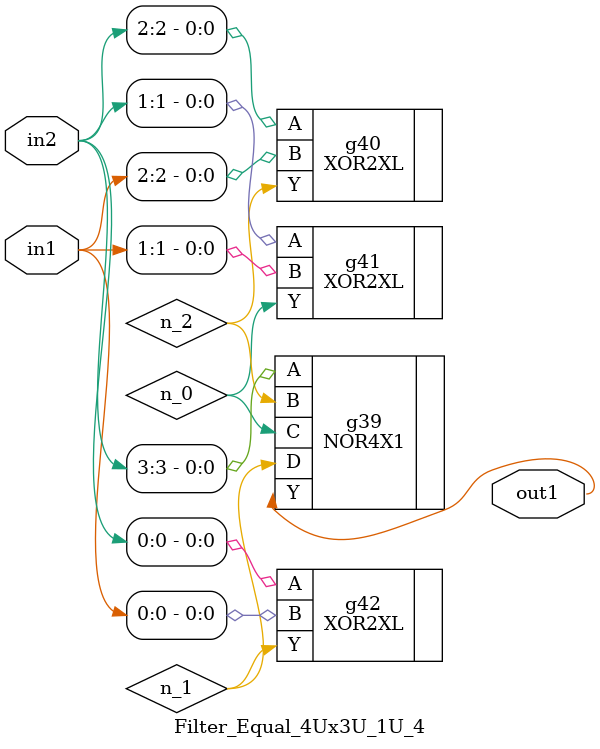
<source format=v>
`timescale 1ps / 1ps


module Filter_Equal_4Ux3U_1U_4(in2, in1, out1);
  input [3:0] in2;
  input [2:0] in1;
  output out1;
  wire [3:0] in2;
  wire [2:0] in1;
  wire out1;
  wire n_0, n_1, n_2;
  NOR4X1 g39(.A (in2[3]), .B (n_2), .C (n_0), .D (n_1), .Y (out1));
  XOR2XL g40(.A (in2[2]), .B (in1[2]), .Y (n_2));
  XOR2XL g42(.A (in2[0]), .B (in1[0]), .Y (n_1));
  XOR2XL g41(.A (in2[1]), .B (in1[1]), .Y (n_0));
endmodule



</source>
